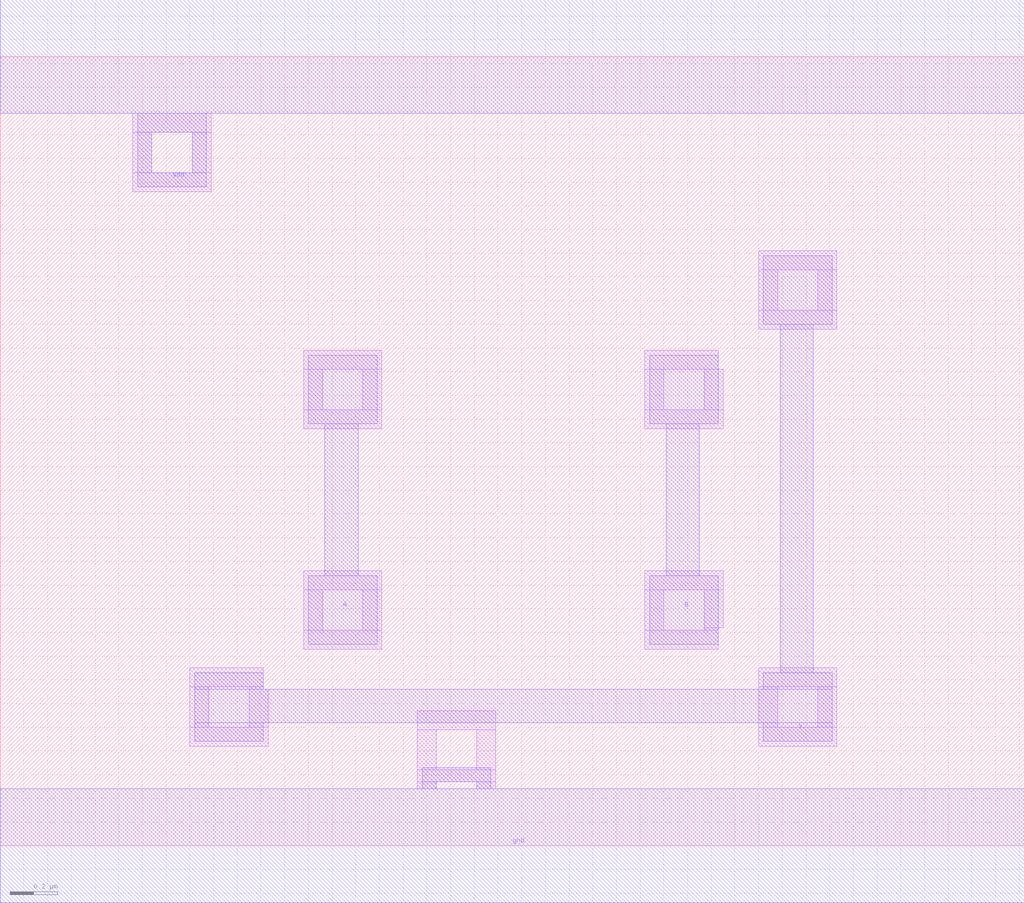
<source format=lef>
VERSION 5.7 ;
  NOWIREEXTENSIONATPIN ON ;
  DIVIDERCHAR "/" ;
  BUSBITCHARS "[]" ;
MACRO NOR2X1
  CLASS CORE ;
  FOREIGN NOR2X1 ;
  ORIGIN 0.000 0.000 ;
  SIZE 4.320 BY 3.330 ;
  SYMMETRY X Y R90 ;
  SITE unit ;
  PIN vdd
    DIRECTION INOUT ;
    USE POWER ;
    SHAPE ABUTMENT ;
    PORT
      LAYER met1 ;
        RECT 0.000 3.090 4.320 3.570 ;
        RECT 0.580 3.010 0.870 3.090 ;
        RECT 0.580 2.840 0.640 3.010 ;
        RECT 0.810 2.840 0.870 3.010 ;
        RECT 0.580 2.780 0.870 2.840 ;
    END
  END vdd
  PIN gnd
    DIRECTION INOUT ;
    USE GROUND ;
    SHAPE ABUTMENT ;
    PORT
      LAYER met1 ;
        RECT 1.780 0.270 2.070 0.330 ;
        RECT 1.780 0.240 1.840 0.270 ;
        RECT 2.010 0.240 2.070 0.270 ;
        RECT 0.000 -0.240 4.320 0.240 ;
    END
  END gnd
  PIN Y
    DIRECTION INOUT ;
    USE SIGNAL ;
    SHAPE ABUTMENT ;
    PORT
      LAYER met1 ;
        RECT 3.220 2.200 3.510 2.490 ;
        RECT 3.290 0.730 3.430 2.200 ;
        RECT 0.820 0.660 1.110 0.730 ;
        RECT 3.220 0.660 3.510 0.730 ;
        RECT 0.820 0.520 3.510 0.660 ;
        RECT 0.820 0.440 1.110 0.520 ;
        RECT 3.220 0.440 3.510 0.520 ;
    END
  END Y
  PIN B
    DIRECTION INOUT ;
    USE SIGNAL ;
    SHAPE ABUTMENT ;
    PORT
      LAYER met1 ;
        RECT 2.740 1.780 3.030 2.070 ;
        RECT 2.810 1.140 2.950 1.780 ;
        RECT 2.740 0.850 3.030 1.140 ;
    END
  END B
  PIN A
    DIRECTION INOUT ;
    USE SIGNAL ;
    SHAPE ABUTMENT ;
    PORT
      LAYER met1 ;
        RECT 1.300 1.780 1.590 2.070 ;
        RECT 1.370 1.140 1.510 1.780 ;
        RECT 1.300 0.850 1.590 1.140 ;
    END
  END A
  OBS
      LAYER li1 ;
        RECT 0.560 3.010 0.890 3.090 ;
        RECT 0.560 2.840 0.640 3.010 ;
        RECT 0.810 2.840 0.890 3.010 ;
        RECT 0.560 2.760 0.890 2.840 ;
        RECT 3.200 2.430 3.530 2.510 ;
        RECT 3.200 2.260 3.280 2.430 ;
        RECT 3.450 2.260 3.530 2.430 ;
        RECT 3.200 2.180 3.530 2.260 ;
        RECT 1.280 2.010 1.610 2.090 ;
        RECT 1.280 1.840 1.360 2.010 ;
        RECT 1.530 1.840 1.610 2.010 ;
        RECT 1.280 1.760 1.610 1.840 ;
        RECT 2.720 2.010 3.030 2.090 ;
        RECT 2.720 1.840 2.800 2.010 ;
        RECT 2.970 1.840 3.050 2.010 ;
        RECT 2.720 1.760 3.050 1.840 ;
        RECT 1.280 1.080 1.610 1.160 ;
        RECT 1.280 0.910 1.360 1.080 ;
        RECT 1.530 0.910 1.610 1.080 ;
        RECT 1.280 0.830 1.610 0.910 ;
        RECT 2.720 1.080 3.050 1.160 ;
        RECT 2.720 0.910 2.800 1.080 ;
        RECT 2.970 0.920 3.050 1.080 ;
        RECT 2.970 0.910 3.030 0.920 ;
        RECT 2.720 0.830 3.030 0.910 ;
        RECT 0.800 0.670 1.110 0.750 ;
        RECT 0.800 0.500 0.880 0.670 ;
        RECT 1.050 0.660 1.110 0.670 ;
        RECT 3.200 0.670 3.530 0.750 ;
        RECT 1.050 0.500 1.130 0.660 ;
        RECT 0.800 0.420 1.130 0.500 ;
        RECT 1.760 0.490 2.090 0.570 ;
        RECT 1.760 0.320 1.840 0.490 ;
        RECT 2.010 0.320 2.090 0.490 ;
        RECT 3.200 0.500 3.280 0.670 ;
        RECT 3.450 0.500 3.530 0.670 ;
        RECT 3.200 0.420 3.530 0.500 ;
        RECT 1.760 0.270 2.090 0.320 ;
        RECT 1.760 0.240 1.840 0.270 ;
        RECT 2.010 0.240 2.090 0.270 ;
  END
END NOR2X1
END LIBRARY


</source>
